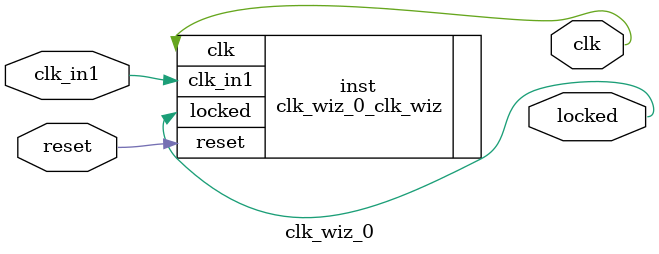
<source format=v>


`timescale 1ps/1ps

(* CORE_GENERATION_INFO = "clk_wiz_0,clk_wiz_v5_4_3_0,{component_name=clk_wiz_0,use_phase_alignment=true,use_min_o_jitter=false,use_max_i_jitter=false,use_dyn_phase_shift=false,use_inclk_switchover=false,use_dyn_reconfig=false,enable_axi=0,feedback_source=FDBK_AUTO,PRIMITIVE=PLL,num_out_clk=1,clkin1_period=10.000,clkin2_period=10.000,use_power_down=false,use_reset=true,use_locked=true,use_inclk_stopped=false,feedback_type=SINGLE,CLOCK_MGR_TYPE=NA,manual_override=false}" *)

module clk_wiz_0 
 (
  // Clock out ports
  output        clk,
  // Status and control signals
  input         reset,
  output        locked,
 // Clock in ports
  input         clk_in1
 );

  clk_wiz_0_clk_wiz inst
  (
  // Clock out ports  
  .clk(clk),
  // Status and control signals               
  .reset(reset), 
  .locked(locked),
 // Clock in ports
  .clk_in1(clk_in1)
  );

endmodule

</source>
